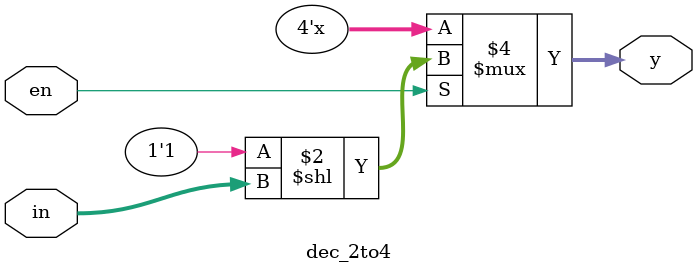
<source format=sv>
`timescale 1ns / 1ps

`timescale 1ns / 1ps
//////////////////////////////////////////////////////////////////////////////////
// Company: 
// Engineer: 
// 
// Create Date: 05.11.2025 09:13:30
// Design Name: 
// Module Name: dec_2to4
// Project Name: 
// Target Devices: 
// Tool Versions: 
// Description: 
// 
// Dependencies: 
// 
// Revision:
// Revision 0.01 - File Created
// Additional Comments:
// 
//////////////////////////////////////////////////////////////////////////////////


module dec_2to4(
    input  logic [1:0] in,
    input  logic en,
    output logic [3:0] y
    );
    
    always_comb begin
        if (en) begin
          y = (1'b1 << in);
          end
    end

endmodule


</source>
